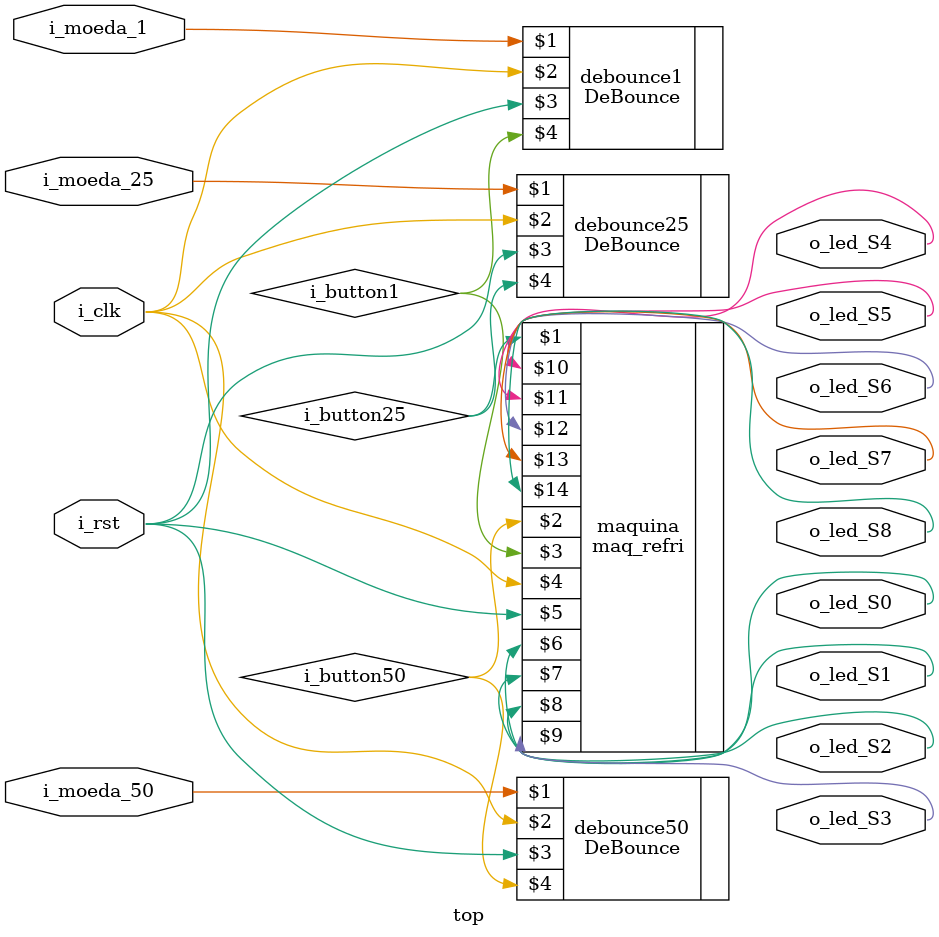
<source format=sv>
module top (
	input i_moeda_25,
	input i_moeda_50,
	input i_moeda_1,
	input i_clk,
	input i_rst,
	
	output reg o_led_S0,
	output reg o_led_S1,
	output reg o_led_S2,
	output reg o_led_S3,
	output reg o_led_S4,
	output reg o_led_S5,
	output reg o_led_S6,
	output reg o_led_S7,
	output reg o_led_S8
);

wire i_button25;
wire i_button50;
wire i_button1;

maq_refri maquina (
	i_button25,
	i_button50,
	i_button1,
	i_clk,
	i_rst,
	o_led_S0,
	o_led_S1,
	o_led_S2,
	o_led_S3,
	o_led_S4,
	o_led_S5,
	o_led_S6,
	o_led_S7,
	o_led_S8
);

DeBounce debounce25 (
	i_moeda_25,
	i_clk,
	i_rst,
	i_button25
);

DeBounce debounce50 (
	i_moeda_50,
	i_clk,
	i_rst,
	i_button50
);

DeBounce debounce1 (
	i_moeda_1,
	i_clk,
	i_rst,
	i_button1
);

endmodule
</source>
